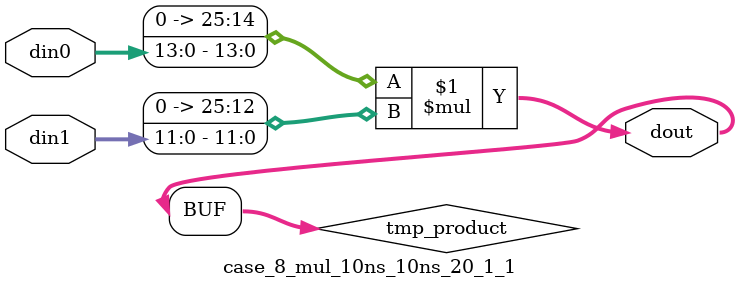
<source format=v>

`timescale 1 ns / 1 ps

 (* use_dsp = "no" *)  module case_8_mul_10ns_10ns_20_1_1(din0, din1, dout);
parameter ID = 1;
parameter NUM_STAGE = 0;
parameter din0_WIDTH = 14;
parameter din1_WIDTH = 12;
parameter dout_WIDTH = 26;

input [din0_WIDTH - 1 : 0] din0; 
input [din1_WIDTH - 1 : 0] din1; 
output [dout_WIDTH - 1 : 0] dout;

wire signed [dout_WIDTH - 1 : 0] tmp_product;
























assign tmp_product = $signed({1'b0, din0}) * $signed({1'b0, din1});











assign dout = tmp_product;





















endmodule

</source>
